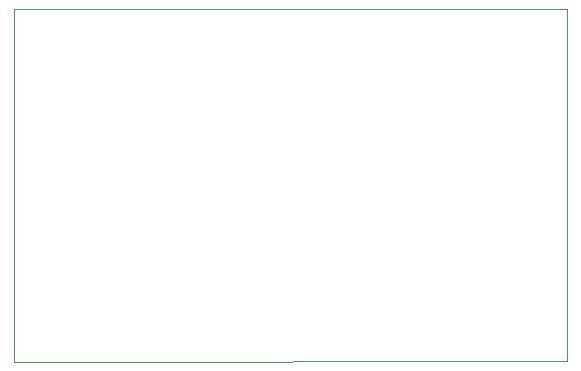
<source format=gbr>
G04 #@! TF.GenerationSoftware,KiCad,Pcbnew,5.1.4-e60b266~84~ubuntu18.04.1*
G04 #@! TF.CreationDate,2019-09-17T17:50:47+10:00*
G04 #@! TF.ProjectId,RC-Endpoint-Limiter,52432d45-6e64-4706-9f69-6e742d4c696d,rev?*
G04 #@! TF.SameCoordinates,Original*
G04 #@! TF.FileFunction,Profile,NP*
%FSLAX46Y46*%
G04 Gerber Fmt 4.6, Leading zero omitted, Abs format (unit mm)*
G04 Created by KiCad (PCBNEW 5.1.4-e60b266~84~ubuntu18.04.1) date 2019-09-17 17:50:47*
%MOMM*%
%LPD*%
G04 APERTURE LIST*
%ADD10C,0.050000*%
G04 APERTURE END LIST*
D10*
X84836000Y-66535300D02*
X84836000Y-36626800D01*
X131670500Y-66484500D02*
X84836000Y-66535300D01*
X131670500Y-36626800D02*
X131670500Y-66484500D01*
X84836000Y-36626800D02*
X131670500Y-36626800D01*
M02*

</source>
